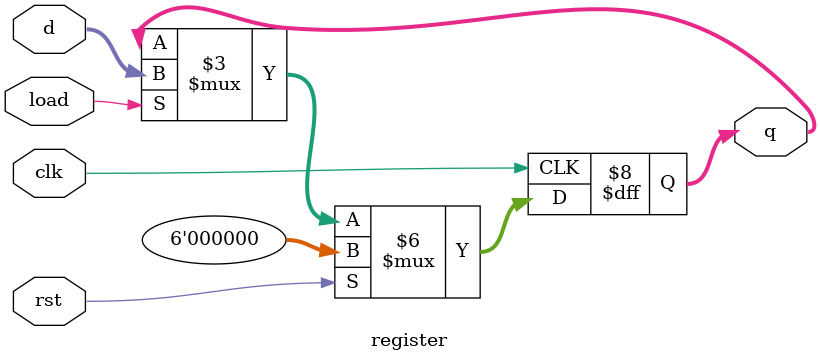
<source format=v>
`timescale 1ns / 1ps
module register(
    input clk,
    input rst,
    input load,
    input [5:0] d,
    output reg [5:0] q
    );
	 	
	always @(posedge clk) begin
		if (rst)
		begin
			q <= 0;
		end
		else 
		begin
			if(load) q <= d;
			else q <= q ;
		end
	end
endmodule

</source>
